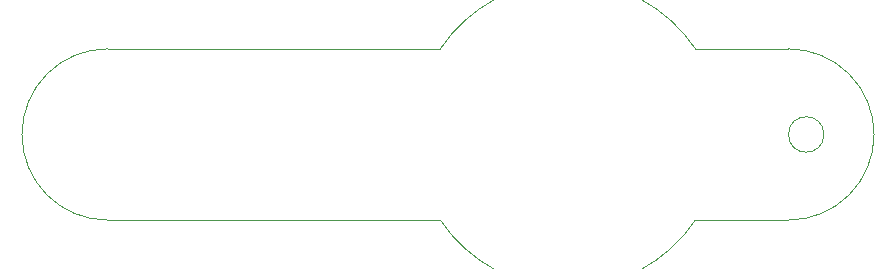
<source format=gbr>
%TF.GenerationSoftware,KiCad,Pcbnew,7.0.7*%
%TF.CreationDate,2023-12-09T08:55:25-03:00*%
%TF.ProjectId,led_torch,6c65645f-746f-4726-9368-2e6b69636164,A*%
%TF.SameCoordinates,Original*%
%TF.FileFunction,Profile,NP*%
%FSLAX46Y46*%
G04 Gerber Fmt 4.6, Leading zero omitted, Abs format (unit mm)*
G04 Created by KiCad (PCBNEW 7.0.7) date 2023-12-09 08:55:25*
%MOMM*%
%LPD*%
G01*
G04 APERTURE LIST*
%TA.AperFunction,Profile*%
%ADD10C,0.100000*%
%TD*%
G04 APERTURE END LIST*
D10*
X114128676Y-96408148D02*
X142303677Y-96408148D01*
X163901876Y-110906940D02*
X171778676Y-110908148D01*
X114128676Y-110908148D02*
X142303677Y-110908148D01*
X171778676Y-110908152D02*
G75*
G03*
X171778676Y-96408148I4J7250002D01*
G01*
X142303676Y-110908149D02*
G75*
G03*
X163901876Y-110906940I10798694J7249999D01*
G01*
X163901876Y-96409356D02*
X171778676Y-96408148D01*
X174778676Y-103658148D02*
G75*
G03*
X174778676Y-103658148I-1500000J0D01*
G01*
X114128676Y-96408152D02*
G75*
G03*
X114128676Y-110908148I4J-7249998D01*
G01*
X163901874Y-96409357D02*
G75*
G03*
X142303677Y-96408148I-10799504J-7248793D01*
G01*
M02*

</source>
